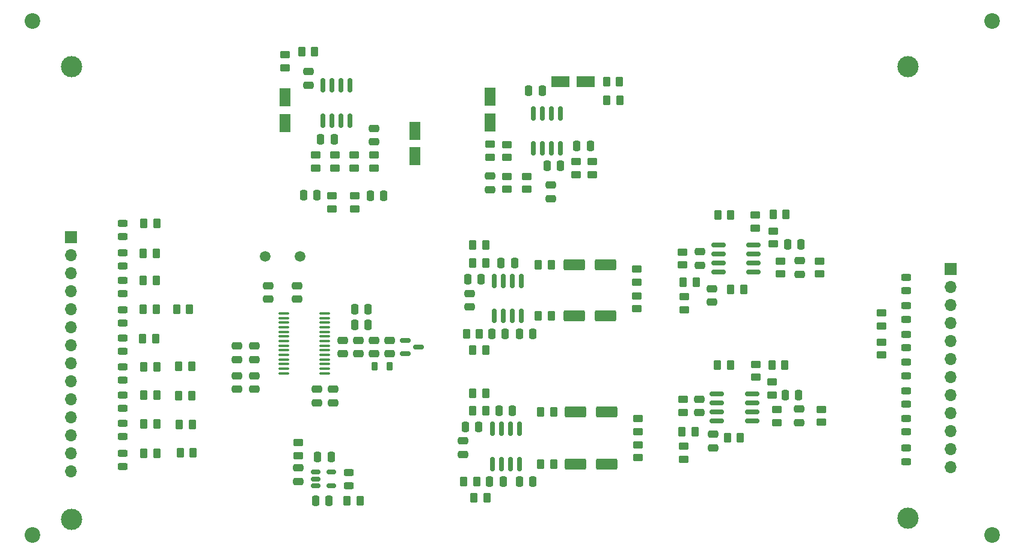
<source format=gbr>
%TF.GenerationSoftware,KiCad,Pcbnew,8.0.4-8.0.4-0~ubuntu22.04.1*%
%TF.CreationDate,2024-08-09T03:22:31-04:00*%
%TF.ProjectId,CS4272-CZZ_Breakout_Board,43533432-3732-42d4-935a-5a5f42726561,rev?*%
%TF.SameCoordinates,Original*%
%TF.FileFunction,Soldermask,Top*%
%TF.FilePolarity,Negative*%
%FSLAX46Y46*%
G04 Gerber Fmt 4.6, Leading zero omitted, Abs format (unit mm)*
G04 Created by KiCad (PCBNEW 8.0.4-8.0.4-0~ubuntu22.04.1) date 2024-08-09 03:22:31*
%MOMM*%
%LPD*%
G01*
G04 APERTURE LIST*
G04 Aperture macros list*
%AMRoundRect*
0 Rectangle with rounded corners*
0 $1 Rounding radius*
0 $2 $3 $4 $5 $6 $7 $8 $9 X,Y pos of 4 corners*
0 Add a 4 corners polygon primitive as box body*
4,1,4,$2,$3,$4,$5,$6,$7,$8,$9,$2,$3,0*
0 Add four circle primitives for the rounded corners*
1,1,$1+$1,$2,$3*
1,1,$1+$1,$4,$5*
1,1,$1+$1,$6,$7*
1,1,$1+$1,$8,$9*
0 Add four rect primitives between the rounded corners*
20,1,$1+$1,$2,$3,$4,$5,0*
20,1,$1+$1,$4,$5,$6,$7,0*
20,1,$1+$1,$6,$7,$8,$9,0*
20,1,$1+$1,$8,$9,$2,$3,0*%
G04 Aperture macros list end*
%ADD10RoundRect,0.250000X0.250000X0.475000X-0.250000X0.475000X-0.250000X-0.475000X0.250000X-0.475000X0*%
%ADD11RoundRect,0.243750X0.456250X-0.243750X0.456250X0.243750X-0.456250X0.243750X-0.456250X-0.243750X0*%
%ADD12C,2.200000*%
%ADD13RoundRect,0.150000X0.150000X-0.825000X0.150000X0.825000X-0.150000X0.825000X-0.150000X-0.825000X0*%
%ADD14RoundRect,0.250000X0.475000X-0.250000X0.475000X0.250000X-0.475000X0.250000X-0.475000X-0.250000X0*%
%ADD15RoundRect,0.250000X0.450000X-0.262500X0.450000X0.262500X-0.450000X0.262500X-0.450000X-0.262500X0*%
%ADD16RoundRect,0.250000X-0.262500X-0.450000X0.262500X-0.450000X0.262500X0.450000X-0.262500X0.450000X0*%
%ADD17RoundRect,0.243750X-0.456250X0.243750X-0.456250X-0.243750X0.456250X-0.243750X0.456250X0.243750X0*%
%ADD18RoundRect,0.250000X-0.475000X0.250000X-0.475000X-0.250000X0.475000X-0.250000X0.475000X0.250000X0*%
%ADD19RoundRect,0.250000X-1.250000X-0.550000X1.250000X-0.550000X1.250000X0.550000X-1.250000X0.550000X0*%
%ADD20RoundRect,0.250000X0.550000X-1.050000X0.550000X1.050000X-0.550000X1.050000X-0.550000X-1.050000X0*%
%ADD21C,3.000000*%
%ADD22RoundRect,0.100000X-0.637500X-0.100000X0.637500X-0.100000X0.637500X0.100000X-0.637500X0.100000X0*%
%ADD23RoundRect,0.150000X-0.150000X0.825000X-0.150000X-0.825000X0.150000X-0.825000X0.150000X0.825000X0*%
%ADD24RoundRect,0.250000X0.262500X0.450000X-0.262500X0.450000X-0.262500X-0.450000X0.262500X-0.450000X0*%
%ADD25R,1.700000X1.700000*%
%ADD26O,1.700000X1.700000*%
%ADD27RoundRect,0.150000X-0.587500X-0.150000X0.587500X-0.150000X0.587500X0.150000X-0.587500X0.150000X0*%
%ADD28RoundRect,0.250000X-0.450000X0.262500X-0.450000X-0.262500X0.450000X-0.262500X0.450000X0.262500X0*%
%ADD29RoundRect,0.150000X0.825000X0.150000X-0.825000X0.150000X-0.825000X-0.150000X0.825000X-0.150000X0*%
%ADD30RoundRect,0.250000X-0.250000X-0.475000X0.250000X-0.475000X0.250000X0.475000X-0.250000X0.475000X0*%
%ADD31RoundRect,0.150000X-0.512500X-0.150000X0.512500X-0.150000X0.512500X0.150000X-0.512500X0.150000X0*%
%ADD32RoundRect,0.218750X0.218750X0.381250X-0.218750X0.381250X-0.218750X-0.381250X0.218750X-0.381250X0*%
%ADD33C,1.500000*%
%ADD34RoundRect,0.250000X-1.050000X-0.550000X1.050000X-0.550000X1.050000X0.550000X-1.050000X0.550000X0*%
G04 APERTURE END LIST*
D10*
%TO.C,C37*%
X150075000Y-98500000D03*
X148175000Y-98500000D03*
%TD*%
D11*
%TO.C,D1*%
X94912500Y-94812500D03*
X94912500Y-92937500D03*
%TD*%
D12*
%TO.C,H4*%
X217325000Y-136850000D03*
%TD*%
D13*
%TO.C,U6*%
X123120000Y-78425000D03*
X124390000Y-78425000D03*
X125660000Y-78425000D03*
X126930000Y-78425000D03*
X126930000Y-73475000D03*
X125660000Y-73475000D03*
X124390000Y-73475000D03*
X123120000Y-73475000D03*
%TD*%
D10*
%TO.C,C9*%
X129475000Y-107250000D03*
X127575000Y-107250000D03*
%TD*%
%TO.C,C47*%
X190075000Y-117107500D03*
X188175000Y-117107500D03*
%TD*%
D14*
%TO.C,C1*%
X130325000Y-111300000D03*
X130325000Y-109400000D03*
%TD*%
D15*
%TO.C,R65*%
X187520000Y-100050000D03*
X187520000Y-98225000D03*
%TD*%
D14*
%TO.C,C21*%
X142825000Y-125500000D03*
X142825000Y-123600000D03*
%TD*%
D16*
%TO.C,R37*%
X144212500Y-96000000D03*
X146037500Y-96000000D03*
%TD*%
%TO.C,R56*%
X180070000Y-123107500D03*
X181895000Y-123107500D03*
%TD*%
D17*
%TO.C,D10*%
X205225000Y-100550000D03*
X205225000Y-102425000D03*
%TD*%
D10*
%TO.C,C20*%
X145070000Y-121610000D03*
X143170000Y-121610000D03*
%TD*%
D18*
%TO.C,C35*%
X143725000Y-102800000D03*
X143725000Y-104700000D03*
%TD*%
D16*
%TO.C,R36*%
X153457500Y-105975000D03*
X155282500Y-105975000D03*
%TD*%
D19*
%TO.C,C24*%
X158670000Y-119460000D03*
X163070000Y-119460000D03*
%TD*%
D18*
%TO.C,C5*%
X111025000Y-114400000D03*
X111025000Y-116300000D03*
%TD*%
D15*
%TO.C,R53*%
X193325000Y-120962500D03*
X193325000Y-119137500D03*
%TD*%
D13*
%TO.C,U3*%
X146965000Y-126835000D03*
X148235000Y-126835000D03*
X149505000Y-126835000D03*
X150775000Y-126835000D03*
X150775000Y-121885000D03*
X149505000Y-121885000D03*
X148235000Y-121885000D03*
X146965000Y-121885000D03*
%TD*%
D11*
%TO.C,D4*%
X94912500Y-106937500D03*
X94912500Y-105062500D03*
%TD*%
D16*
%TO.C,R2*%
X97825000Y-97162500D03*
X99650000Y-97162500D03*
%TD*%
D20*
%TO.C,C42*%
X117775000Y-78750000D03*
X117775000Y-75150000D03*
%TD*%
D21*
%TO.C,FID2*%
X205525000Y-70850000D03*
%TD*%
D11*
%TO.C,D3*%
X94912500Y-102850000D03*
X94912500Y-100975000D03*
%TD*%
D18*
%TO.C,C6*%
X113425000Y-114400000D03*
X113425000Y-116300000D03*
%TD*%
D22*
%TO.C,U1*%
X117625000Y-105600000D03*
X117625000Y-106250000D03*
X117625000Y-106900000D03*
X117625000Y-107550000D03*
X117625000Y-108200000D03*
X117625000Y-108850000D03*
X117625000Y-109500000D03*
X117625000Y-110150000D03*
X117625000Y-110800000D03*
X117625000Y-111450000D03*
X117625000Y-112100000D03*
X117625000Y-112750000D03*
X117625000Y-113400000D03*
X117625000Y-114050000D03*
X123350000Y-114050000D03*
X123350000Y-113400000D03*
X123350000Y-112750000D03*
X123350000Y-112100000D03*
X123350000Y-111450000D03*
X123350000Y-110800000D03*
X123350000Y-110150000D03*
X123350000Y-109500000D03*
X123350000Y-108850000D03*
X123350000Y-108200000D03*
X123350000Y-107550000D03*
X123350000Y-106900000D03*
X123350000Y-106250000D03*
X123350000Y-105600000D03*
%TD*%
D15*
%TO.C,R64*%
X193020000Y-100050000D03*
X193020000Y-98225000D03*
%TD*%
D16*
%TO.C,R34*%
X143300000Y-108500000D03*
X145125000Y-108500000D03*
%TD*%
D23*
%TO.C,U4*%
X156535000Y-77400000D03*
X155265000Y-77400000D03*
X153995000Y-77400000D03*
X152725000Y-77400000D03*
X152725000Y-82350000D03*
X153995000Y-82350000D03*
X155265000Y-82350000D03*
X156535000Y-82350000D03*
%TD*%
D15*
%TO.C,R32*%
X146625000Y-83600000D03*
X146625000Y-81775000D03*
%TD*%
D17*
%TO.C,D2*%
X94912500Y-97052500D03*
X94912500Y-98927500D03*
%TD*%
D24*
%TO.C,R69*%
X175682500Y-101175000D03*
X173857500Y-101175000D03*
%TD*%
D16*
%TO.C,R10*%
X97912500Y-125350000D03*
X99737500Y-125350000D03*
%TD*%
D15*
%TO.C,R29*%
X149025000Y-88112500D03*
X149025000Y-86287500D03*
%TD*%
D16*
%TO.C,R1*%
X97912500Y-92950000D03*
X99737500Y-92950000D03*
%TD*%
D15*
%TO.C,R59*%
X173825000Y-119562500D03*
X173825000Y-117737500D03*
%TD*%
%TO.C,R63*%
X201780000Y-107352500D03*
X201780000Y-105527500D03*
%TD*%
%TO.C,R44*%
X117775000Y-70950000D03*
X117775000Y-69125000D03*
%TD*%
%TO.C,R22*%
X167470000Y-122260000D03*
X167470000Y-120435000D03*
%TD*%
D10*
%TO.C,C10*%
X129475000Y-105050000D03*
X127575000Y-105050000D03*
%TD*%
%TO.C,C32*%
X148775000Y-108500000D03*
X146875000Y-108500000D03*
%TD*%
D15*
%TO.C,R46*%
X127545000Y-85112500D03*
X127545000Y-83287500D03*
%TD*%
%TO.C,R19*%
X167470000Y-125960000D03*
X167470000Y-124135000D03*
%TD*%
D10*
%TO.C,C34*%
X145375000Y-100750000D03*
X143475000Y-100750000D03*
%TD*%
D25*
%TO.C,J2*%
X211506250Y-99347500D03*
D26*
X211506250Y-101887500D03*
X211506250Y-104427500D03*
X211506250Y-106967500D03*
X211506250Y-109507500D03*
X211506250Y-112047500D03*
X211506250Y-114587500D03*
X211506250Y-117127500D03*
X211506250Y-119667500D03*
X211506250Y-122207500D03*
X211506250Y-124747500D03*
X211506250Y-127287500D03*
%TD*%
D16*
%TO.C,R5*%
X97712500Y-109150000D03*
X99537500Y-109150000D03*
%TD*%
D15*
%TO.C,R41*%
X122055000Y-85112500D03*
X122055000Y-83287500D03*
%TD*%
D17*
%TO.C,D12*%
X205225000Y-108550000D03*
X205225000Y-110425000D03*
%TD*%
D24*
%TO.C,R13*%
X104625000Y-113105000D03*
X102800000Y-113105000D03*
%TD*%
D11*
%TO.C,D8*%
X94912500Y-122987500D03*
X94912500Y-121112500D03*
%TD*%
D14*
%TO.C,C43*%
X130325000Y-81400000D03*
X130325000Y-79500000D03*
%TD*%
D21*
%TO.C,FID3*%
X87725000Y-134650000D03*
%TD*%
D10*
%TO.C,C18*%
X148475000Y-129360000D03*
X146575000Y-129360000D03*
%TD*%
D15*
%TO.C,R50*%
X184070000Y-114607500D03*
X184070000Y-112782500D03*
%TD*%
%TO.C,R27*%
X158725000Y-86025000D03*
X158725000Y-84200000D03*
%TD*%
D11*
%TO.C,D7*%
X94912500Y-118987500D03*
X94912500Y-117112500D03*
%TD*%
D10*
%TO.C,C44*%
X131675000Y-89050000D03*
X129775000Y-89050000D03*
%TD*%
%TO.C,C51*%
X190445000Y-95887500D03*
X188545000Y-95887500D03*
%TD*%
D18*
%TO.C,C8*%
X122225000Y-116300000D03*
X122225000Y-118200000D03*
%TD*%
D15*
%TO.C,R38*%
X167270000Y-101175000D03*
X167270000Y-99350000D03*
%TD*%
%TO.C,R51*%
X186320000Y-117107500D03*
X186320000Y-115282500D03*
%TD*%
D18*
%TO.C,C7*%
X124525000Y-116300000D03*
X124525000Y-118200000D03*
%TD*%
D11*
%TO.C,D6*%
X94912500Y-114987500D03*
X94912500Y-113112500D03*
%TD*%
D16*
%TO.C,R17*%
X144382500Y-131610000D03*
X146207500Y-131610000D03*
%TD*%
D10*
%TO.C,C22*%
X152675000Y-129350000D03*
X150775000Y-129350000D03*
%TD*%
D18*
%TO.C,C52*%
X190270000Y-98187500D03*
X190270000Y-100087500D03*
%TD*%
D15*
%TO.C,R42*%
X124375000Y-90862500D03*
X124375000Y-89037500D03*
%TD*%
D18*
%TO.C,C50*%
X177925000Y-102100000D03*
X177925000Y-104000000D03*
%TD*%
D14*
%TO.C,C16*%
X115425000Y-103600000D03*
X115425000Y-101700000D03*
%TD*%
D16*
%TO.C,R24*%
X144207500Y-119360000D03*
X146032500Y-119360000D03*
%TD*%
D27*
%TO.C,Q1*%
X134687500Y-109400000D03*
X134687500Y-111300000D03*
X136562500Y-110350000D03*
%TD*%
D14*
%TO.C,C40*%
X121075000Y-73400000D03*
X121075000Y-71500000D03*
%TD*%
D19*
%TO.C,C38*%
X158470000Y-98775000D03*
X162870000Y-98775000D03*
%TD*%
D21*
%TO.C,FID1*%
X87725000Y-70850000D03*
%TD*%
D28*
%TO.C,R9*%
X119625000Y-123837500D03*
X119625000Y-125662500D03*
%TD*%
D29*
%TO.C,U7*%
X183545000Y-120762500D03*
X183545000Y-119492500D03*
X183545000Y-118222500D03*
X183545000Y-116952500D03*
X178595000Y-116952500D03*
X178595000Y-118222500D03*
X178595000Y-119492500D03*
X178595000Y-120762500D03*
%TD*%
D30*
%TO.C,C27*%
X158875000Y-81950000D03*
X160775000Y-81950000D03*
%TD*%
D11*
%TO.C,D17*%
X126725000Y-129887500D03*
X126725000Y-128012500D03*
%TD*%
D16*
%TO.C,R3*%
X97812500Y-100950000D03*
X99637500Y-100950000D03*
%TD*%
D24*
%TO.C,R39*%
X155282500Y-98775000D03*
X153457500Y-98775000D03*
%TD*%
D18*
%TO.C,C48*%
X190125000Y-119100000D03*
X190125000Y-121000000D03*
%TD*%
D24*
%TO.C,R23*%
X155582500Y-119460000D03*
X153757500Y-119460000D03*
%TD*%
%TO.C,R58*%
X175482500Y-122260000D03*
X173657500Y-122260000D03*
%TD*%
D10*
%TO.C,C41*%
X124675000Y-81050000D03*
X122775000Y-81050000D03*
%TD*%
D30*
%TO.C,C39*%
X120375000Y-88950000D03*
X122275000Y-88950000D03*
%TD*%
D14*
%TO.C,C30*%
X146625000Y-88137500D03*
X146625000Y-86237500D03*
%TD*%
D15*
%TO.C,R48*%
X130275000Y-85112500D03*
X130275000Y-83287500D03*
%TD*%
D16*
%TO.C,R68*%
X178695000Y-91752500D03*
X180520000Y-91752500D03*
%TD*%
D11*
%TO.C,D9*%
X94912500Y-127187500D03*
X94912500Y-125312500D03*
%TD*%
D16*
%TO.C,R4*%
X97812500Y-105050000D03*
X99637500Y-105050000D03*
%TD*%
D18*
%TO.C,C46*%
X178070000Y-122657500D03*
X178070000Y-124557500D03*
%TD*%
D24*
%TO.C,R16*%
X128337500Y-132050000D03*
X126512500Y-132050000D03*
%TD*%
D14*
%TO.C,C2*%
X128125000Y-111300000D03*
X128125000Y-109400000D03*
%TD*%
D16*
%TO.C,R67*%
X180512500Y-102250000D03*
X182337500Y-102250000D03*
%TD*%
%TO.C,R60*%
X186482500Y-91637500D03*
X188307500Y-91637500D03*
%TD*%
D29*
%TO.C,U8*%
X183745000Y-99792500D03*
X183745000Y-98522500D03*
X183745000Y-97252500D03*
X183745000Y-95982500D03*
X178795000Y-95982500D03*
X178795000Y-97252500D03*
X178795000Y-98522500D03*
X178795000Y-99792500D03*
%TD*%
D10*
%TO.C,C15*%
X123975000Y-132050000D03*
X122075000Y-132050000D03*
%TD*%
D17*
%TO.C,D14*%
X205225000Y-116512500D03*
X205225000Y-118387500D03*
%TD*%
D14*
%TO.C,C49*%
X176080000Y-119590000D03*
X176080000Y-117690000D03*
%TD*%
D15*
%TO.C,R25*%
X161025000Y-86025000D03*
X161025000Y-84200000D03*
%TD*%
D12*
%TO.C,H2*%
X217325000Y-64350000D03*
%TD*%
D18*
%TO.C,C4*%
X113425000Y-110200000D03*
X113425000Y-112100000D03*
%TD*%
D31*
%TO.C,U2*%
X122050000Y-128000000D03*
X122050000Y-128950000D03*
X122050000Y-129900000D03*
X124325000Y-129900000D03*
X124325000Y-128000000D03*
%TD*%
D24*
%TO.C,R47*%
X121937500Y-68700000D03*
X120112500Y-68700000D03*
%TD*%
%TO.C,R14*%
X104712500Y-121240000D03*
X102887500Y-121240000D03*
%TD*%
D15*
%TO.C,R66*%
X173970000Y-105087500D03*
X173970000Y-103262500D03*
%TD*%
D16*
%TO.C,R7*%
X97912500Y-117150000D03*
X99737500Y-117150000D03*
%TD*%
D12*
%TO.C,H1*%
X82175000Y-64350000D03*
%TD*%
D17*
%TO.C,D11*%
X205225000Y-104550000D03*
X205225000Y-106425000D03*
%TD*%
D15*
%TO.C,R70*%
X173770000Y-98765000D03*
X173770000Y-96940000D03*
%TD*%
D10*
%TO.C,C23*%
X149775000Y-119360000D03*
X147875000Y-119360000D03*
%TD*%
D16*
%TO.C,R21*%
X144207500Y-116860000D03*
X146032500Y-116860000D03*
%TD*%
%TO.C,R40*%
X144212500Y-98500000D03*
X146037500Y-98500000D03*
%TD*%
D32*
%TO.C,FB1*%
X132487500Y-113050000D03*
X130362500Y-113050000D03*
%TD*%
D21*
%TO.C,FID4*%
X205525000Y-134450000D03*
%TD*%
D14*
%TO.C,C11*%
X132525000Y-111300000D03*
X132525000Y-109400000D03*
%TD*%
D15*
%TO.C,R35*%
X167270000Y-104975000D03*
X167270000Y-103150000D03*
%TD*%
D16*
%TO.C,R6*%
X97912500Y-113150000D03*
X99737500Y-113150000D03*
%TD*%
D18*
%TO.C,C13*%
X119625000Y-127400000D03*
X119625000Y-129300000D03*
%TD*%
D16*
%TO.C,R28*%
X163062500Y-72900000D03*
X164887500Y-72900000D03*
%TD*%
D20*
%TO.C,C45*%
X136025000Y-83450000D03*
X136025000Y-79850000D03*
%TD*%
D16*
%TO.C,R8*%
X97912500Y-121150000D03*
X99737500Y-121150000D03*
%TD*%
D24*
%TO.C,R12*%
X104625000Y-117240000D03*
X102800000Y-117240000D03*
%TD*%
D25*
%TO.C,J1*%
X87662500Y-94870000D03*
D26*
X87662500Y-97410000D03*
X87662500Y-99950000D03*
X87662500Y-102490000D03*
X87662500Y-105030000D03*
X87662500Y-107570000D03*
X87662500Y-110110000D03*
X87662500Y-112650000D03*
X87662500Y-115190000D03*
X87662500Y-117730000D03*
X87662500Y-120270000D03*
X87662500Y-122810000D03*
X87662500Y-125350000D03*
X87662500Y-127890000D03*
%TD*%
D14*
%TO.C,C53*%
X176195000Y-98802500D03*
X176195000Y-96902500D03*
%TD*%
D16*
%TO.C,R11*%
X103000000Y-125240000D03*
X104825000Y-125240000D03*
%TD*%
D19*
%TO.C,C19*%
X158670000Y-126847500D03*
X163070000Y-126847500D03*
%TD*%
D20*
%TO.C,C31*%
X146625000Y-78687500D03*
X146625000Y-75087500D03*
%TD*%
D16*
%TO.C,R20*%
X153757500Y-126860000D03*
X155582500Y-126860000D03*
%TD*%
D15*
%TO.C,R62*%
X186520000Y-95800000D03*
X186520000Y-93975000D03*
%TD*%
D16*
%TO.C,R33*%
X144212500Y-110750000D03*
X146037500Y-110750000D03*
%TD*%
D10*
%TO.C,C36*%
X152675000Y-108450000D03*
X150775000Y-108450000D03*
%TD*%
D12*
%TO.C,H3*%
X82175000Y-136850000D03*
%TD*%
D11*
%TO.C,D5*%
X94912500Y-110987500D03*
X94912500Y-109112500D03*
%TD*%
D16*
%TO.C,R57*%
X178657500Y-112857500D03*
X180482500Y-112857500D03*
%TD*%
%TO.C,R49*%
X186332500Y-112857500D03*
X188157500Y-112857500D03*
%TD*%
D14*
%TO.C,C17*%
X119425000Y-103600000D03*
X119425000Y-101700000D03*
%TD*%
%TO.C,C25*%
X155225000Y-89400000D03*
X155225000Y-87500000D03*
%TD*%
D10*
%TO.C,C29*%
X154000000Y-74175000D03*
X152100000Y-74175000D03*
%TD*%
D33*
%TO.C,Y1*%
X119875000Y-97600000D03*
X114995000Y-97600000D03*
%TD*%
D16*
%TO.C,R18*%
X142957500Y-129360000D03*
X144782500Y-129360000D03*
%TD*%
D34*
%TO.C,C28*%
X156525000Y-72900000D03*
X160125000Y-72900000D03*
%TD*%
D15*
%TO.C,R26*%
X151825000Y-88112500D03*
X151825000Y-86287500D03*
%TD*%
D17*
%TO.C,D15*%
X205225000Y-120417500D03*
X205225000Y-122292500D03*
%TD*%
D15*
%TO.C,R55*%
X173870000Y-126172500D03*
X173870000Y-124347500D03*
%TD*%
D11*
%TO.C,D16*%
X205225000Y-126487500D03*
X205225000Y-124612500D03*
%TD*%
D15*
%TO.C,R43*%
X124825000Y-85112500D03*
X124825000Y-83287500D03*
%TD*%
D18*
%TO.C,C3*%
X111025000Y-110200000D03*
X111025000Y-112100000D03*
%TD*%
D10*
%TO.C,C14*%
X124275000Y-125850000D03*
X122375000Y-125850000D03*
%TD*%
D28*
%TO.C,R52*%
X201780000Y-109640000D03*
X201780000Y-111465000D03*
%TD*%
D13*
%TO.C,U5*%
X147220000Y-105975000D03*
X148490000Y-105975000D03*
X149760000Y-105975000D03*
X151030000Y-105975000D03*
X151030000Y-101025000D03*
X149760000Y-101025000D03*
X148490000Y-101025000D03*
X147220000Y-101025000D03*
%TD*%
D16*
%TO.C,R31*%
X163100000Y-75550000D03*
X164925000Y-75550000D03*
%TD*%
D24*
%TO.C,R15*%
X104337500Y-105050000D03*
X102512500Y-105050000D03*
%TD*%
D10*
%TO.C,C26*%
X156575000Y-84750000D03*
X154675000Y-84750000D03*
%TD*%
D15*
%TO.C,R30*%
X149025000Y-83612500D03*
X149025000Y-81787500D03*
%TD*%
%TO.C,R45*%
X127625000Y-90862500D03*
X127625000Y-89037500D03*
%TD*%
%TO.C,R54*%
X187070000Y-120985000D03*
X187070000Y-119160000D03*
%TD*%
D17*
%TO.C,D13*%
X205225000Y-112512500D03*
X205225000Y-114387500D03*
%TD*%
D15*
%TO.C,R61*%
X184020000Y-93550000D03*
X184020000Y-91725000D03*
%TD*%
D14*
%TO.C,C12*%
X125925000Y-111300000D03*
X125925000Y-109400000D03*
%TD*%
D19*
%TO.C,C33*%
X158470000Y-105975000D03*
X162870000Y-105975000D03*
%TD*%
M02*

</source>
